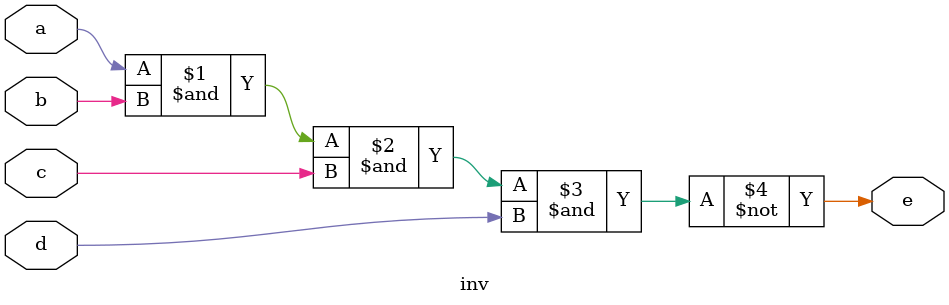
<source format=v>
`timescale 1ns / 1ps


module inv(
    input a,
    input b,
    input c,
    input d,
    output e
    );
assign e = ~ ( a & b & c & d);
endmodule

</source>
